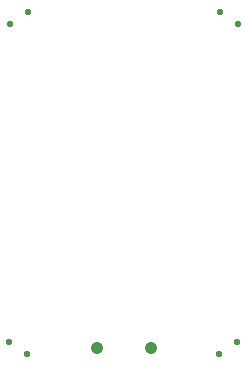
<source format=gbr>
%TF.GenerationSoftware,KiCad,Pcbnew,5.1.5+dfsg1-2~bpo10+1*%
%TF.CreationDate,Date%
%TF.ProjectId,osw-light,6f73772d-6c69-4676-9874-2e6b69636164,1.0*%
%TF.SameCoordinates,Original*%
%TF.FileFunction,NonPlated,1,4,NPTH,Mixed*%
%TF.FilePolarity,Positive*%
%FSLAX46Y46*%
G04 Gerber Fmt 4.6, Leading zero omitted, Abs format (unit mm)*
G04 Created by KiCad*
%MOMM*%
%LPD*%
G04 APERTURE LIST*
%TA.AperFunction,ComponentDrill*%
%ADD10C,0.550000*%
%TD*%
G04 aperture for slot hole*
%TA.AperFunction,ComponentDrill*%
%ADD11C,1.000000*%
%TD*%
G04 APERTURE END LIST*
D10*
%TO.C,SW4*%
X84291166Y-116088769D03*
%TO.C,SW1*%
X66564422Y-88114184D03*
X68108834Y-87111231D03*
%TO.C,SW2*%
X84344422Y-87145816D03*
X85888834Y-88148769D03*
%TO.C,SW5*%
X66511166Y-115051231D03*
X68055578Y-116054184D03*
%TO.C,SW4*%
X85835578Y-115085816D03*
D11*
%TO.C,U5*%
X73914000Y-115570000D02*
X73914000Y-115570000D01*
X78486000Y-115570000D02*
X78486000Y-115570000D01*
M02*

</source>
